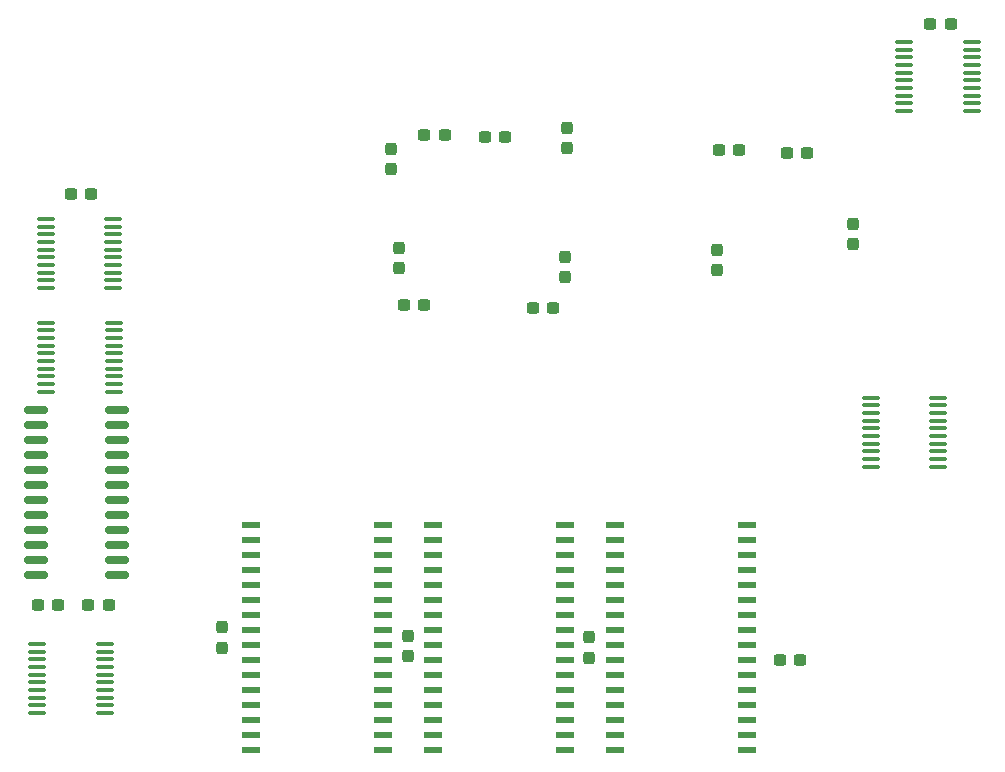
<source format=gbr>
%TF.GenerationSoftware,KiCad,Pcbnew,8.0.7-8.0.7-0~ubuntu22.04.1*%
%TF.CreationDate,2025-01-29T21:42:35+01:00*%
%TF.ProjectId,VideoBoard_v1,56696465-6f42-46f6-9172-645f76312e6b,rev?*%
%TF.SameCoordinates,Original*%
%TF.FileFunction,Paste,Bot*%
%TF.FilePolarity,Positive*%
%FSLAX46Y46*%
G04 Gerber Fmt 4.6, Leading zero omitted, Abs format (unit mm)*
G04 Created by KiCad (PCBNEW 8.0.7-8.0.7-0~ubuntu22.04.1) date 2025-01-29 21:42:35*
%MOMM*%
%LPD*%
G01*
G04 APERTURE LIST*
G04 Aperture macros list*
%AMRoundRect*
0 Rectangle with rounded corners*
0 $1 Rounding radius*
0 $2 $3 $4 $5 $6 $7 $8 $9 X,Y pos of 4 corners*
0 Add a 4 corners polygon primitive as box body*
4,1,4,$2,$3,$4,$5,$6,$7,$8,$9,$2,$3,0*
0 Add four circle primitives for the rounded corners*
1,1,$1+$1,$2,$3*
1,1,$1+$1,$4,$5*
1,1,$1+$1,$6,$7*
1,1,$1+$1,$8,$9*
0 Add four rect primitives between the rounded corners*
20,1,$1+$1,$2,$3,$4,$5,0*
20,1,$1+$1,$4,$5,$6,$7,0*
20,1,$1+$1,$6,$7,$8,$9,0*
20,1,$1+$1,$8,$9,$2,$3,0*%
G04 Aperture macros list end*
%ADD10R,1.600000X0.600000*%
%ADD11RoundRect,0.237500X0.300000X0.237500X-0.300000X0.237500X-0.300000X-0.237500X0.300000X-0.237500X0*%
%ADD12RoundRect,0.100000X0.637500X0.100000X-0.637500X0.100000X-0.637500X-0.100000X0.637500X-0.100000X0*%
%ADD13RoundRect,0.237500X-0.300000X-0.237500X0.300000X-0.237500X0.300000X0.237500X-0.300000X0.237500X0*%
%ADD14RoundRect,0.237500X0.237500X-0.300000X0.237500X0.300000X-0.237500X0.300000X-0.237500X-0.300000X0*%
%ADD15RoundRect,0.237500X-0.237500X0.300000X-0.237500X-0.300000X0.237500X-0.300000X0.237500X0.300000X0*%
%ADD16RoundRect,0.150000X-0.837500X-0.150000X0.837500X-0.150000X0.837500X0.150000X-0.837500X0.150000X0*%
G04 APERTURE END LIST*
D10*
%TO.C,U4*%
X94921248Y-125603000D03*
X94921248Y-124333000D03*
X94921248Y-123063000D03*
X94921248Y-121793000D03*
X94921248Y-120523000D03*
X94921248Y-119253000D03*
X94921248Y-117983000D03*
X94921248Y-116703000D03*
X94921248Y-115453000D03*
X94921248Y-114173000D03*
X94921248Y-112903000D03*
X94921248Y-111633000D03*
X94921248Y-110363000D03*
X94921248Y-109093000D03*
X94921248Y-107823000D03*
X94921248Y-106553000D03*
X106121248Y-106553000D03*
X106121248Y-107823000D03*
X106121248Y-109093000D03*
X106121248Y-110363000D03*
X106121248Y-111633000D03*
X106121248Y-112903000D03*
X106121248Y-114173000D03*
X106121248Y-115453000D03*
X106121248Y-116703000D03*
X106121248Y-117983000D03*
X106121248Y-119253000D03*
X106121248Y-120523000D03*
X106121248Y-121793000D03*
X106121248Y-123063000D03*
X106121248Y-124333000D03*
X106121248Y-125603000D03*
%TD*%
D11*
%TO.C,C14*%
X120877500Y-74803000D03*
X119152500Y-74803000D03*
%TD*%
D12*
%TO.C,U2*%
X137736500Y-95754000D03*
X137736500Y-96404000D03*
X137736500Y-97054000D03*
X137736500Y-97704000D03*
X137736500Y-98354000D03*
X137736500Y-99004000D03*
X137736500Y-99654000D03*
X137736500Y-100304000D03*
X137736500Y-100954000D03*
X137736500Y-101604000D03*
X132011500Y-101604000D03*
X132011500Y-100954000D03*
X132011500Y-100304000D03*
X132011500Y-99654000D03*
X132011500Y-99004000D03*
X132011500Y-98354000D03*
X132011500Y-97704000D03*
X132011500Y-97054000D03*
X132011500Y-96404000D03*
X132011500Y-95754000D03*
%TD*%
D13*
%TO.C,C1*%
X124894000Y-75057000D03*
X126619000Y-75057000D03*
%TD*%
D14*
%TO.C,C8*%
X130556000Y-82751000D03*
X130556000Y-81026000D03*
%TD*%
D12*
%TO.C,U9*%
X67953000Y-89404000D03*
X67953000Y-90054000D03*
X67953000Y-90704000D03*
X67953000Y-91354000D03*
X67953000Y-92004000D03*
X67953000Y-92654000D03*
X67953000Y-93304000D03*
X67953000Y-93954000D03*
X67953000Y-94604000D03*
X67953000Y-95254000D03*
X62228000Y-95254000D03*
X62228000Y-94604000D03*
X62228000Y-93954000D03*
X62228000Y-93304000D03*
X62228000Y-92654000D03*
X62228000Y-92004000D03*
X62228000Y-91354000D03*
X62228000Y-90704000D03*
X62228000Y-90054000D03*
X62228000Y-89404000D03*
%TD*%
D14*
%TO.C,C11*%
X77089000Y-116932500D03*
X77089000Y-115207500D03*
%TD*%
D13*
%TO.C,C5*%
X64288500Y-78486000D03*
X66013500Y-78486000D03*
%TD*%
D12*
%TO.C,U10*%
X67886500Y-80641000D03*
X67886500Y-81291000D03*
X67886500Y-81941000D03*
X67886500Y-82591000D03*
X67886500Y-83241000D03*
X67886500Y-83891000D03*
X67886500Y-84541000D03*
X67886500Y-85191000D03*
X67886500Y-85841000D03*
X67886500Y-86491000D03*
X62161500Y-86491000D03*
X62161500Y-85841000D03*
X62161500Y-85191000D03*
X62161500Y-84541000D03*
X62161500Y-83891000D03*
X62161500Y-83241000D03*
X62161500Y-82591000D03*
X62161500Y-81941000D03*
X62161500Y-81291000D03*
X62161500Y-80641000D03*
%TD*%
D14*
%TO.C,C17*%
X106172000Y-85545000D03*
X106172000Y-83820000D03*
%TD*%
%TO.C,C16*%
X106299000Y-74623000D03*
X106299000Y-72898000D03*
%TD*%
%TO.C,C9*%
X92821248Y-117672000D03*
X92821248Y-115947000D03*
%TD*%
%TO.C,C15*%
X118999000Y-84963000D03*
X118999000Y-83238000D03*
%TD*%
D11*
%TO.C,C20*%
X101092000Y-73660000D03*
X99367000Y-73660000D03*
%TD*%
D12*
%TO.C,U11*%
X140599000Y-65651000D03*
X140599000Y-66301000D03*
X140599000Y-66951000D03*
X140599000Y-67601000D03*
X140599000Y-68251000D03*
X140599000Y-68901000D03*
X140599000Y-69551000D03*
X140599000Y-70201000D03*
X140599000Y-70851000D03*
X140599000Y-71501000D03*
X134874000Y-71501000D03*
X134874000Y-70851000D03*
X134874000Y-70201000D03*
X134874000Y-69551000D03*
X134874000Y-68901000D03*
X134874000Y-68251000D03*
X134874000Y-67601000D03*
X134874000Y-66951000D03*
X134874000Y-66301000D03*
X134874000Y-65651000D03*
%TD*%
D10*
%TO.C,U3*%
X110325436Y-125603000D03*
X110325436Y-124333000D03*
X110325436Y-123063000D03*
X110325436Y-121793000D03*
X110325436Y-120523000D03*
X110325436Y-119253000D03*
X110325436Y-117983000D03*
X110325436Y-116703000D03*
X110325436Y-115453000D03*
X110325436Y-114173000D03*
X110325436Y-112903000D03*
X110325436Y-111633000D03*
X110325436Y-110363000D03*
X110325436Y-109093000D03*
X110325436Y-107823000D03*
X110325436Y-106553000D03*
X121525436Y-106553000D03*
X121525436Y-107823000D03*
X121525436Y-109093000D03*
X121525436Y-110363000D03*
X121525436Y-111633000D03*
X121525436Y-112903000D03*
X121525436Y-114173000D03*
X121525436Y-115453000D03*
X121525436Y-116703000D03*
X121525436Y-117983000D03*
X121525436Y-119253000D03*
X121525436Y-120523000D03*
X121525436Y-121793000D03*
X121525436Y-123063000D03*
X121525436Y-124333000D03*
X121525436Y-125603000D03*
%TD*%
D13*
%TO.C,C18*%
X94234000Y-73533000D03*
X95959000Y-73533000D03*
%TD*%
D15*
%TO.C,C21*%
X91440000Y-74676000D03*
X91440000Y-76401000D03*
%TD*%
D13*
%TO.C,C3*%
X92509000Y-87884000D03*
X94234000Y-87884000D03*
%TD*%
%TO.C,C6*%
X103431000Y-88138000D03*
X105156000Y-88138000D03*
%TD*%
%TO.C,C12*%
X124333000Y-117983000D03*
X126058000Y-117983000D03*
%TD*%
%TO.C,C2*%
X137059500Y-64135000D03*
X138784500Y-64135000D03*
%TD*%
D16*
%TO.C,U1*%
X61307500Y-110744000D03*
X61307500Y-109474000D03*
X61307500Y-108204000D03*
X61307500Y-106934000D03*
X61307500Y-105664000D03*
X61307500Y-104394000D03*
X61307500Y-103124000D03*
X61307500Y-101854000D03*
X61307500Y-100584000D03*
X61307500Y-99314000D03*
X61307500Y-98044000D03*
X61307500Y-96774000D03*
X68232500Y-96774000D03*
X68232500Y-98044000D03*
X68232500Y-99314000D03*
X68232500Y-100584000D03*
X68232500Y-101854000D03*
X68232500Y-103124000D03*
X68232500Y-104394000D03*
X68232500Y-105664000D03*
X68232500Y-106934000D03*
X68232500Y-108204000D03*
X68232500Y-109474000D03*
X68232500Y-110744000D03*
%TD*%
D11*
%TO.C,C19*%
X67511000Y-113284000D03*
X65786000Y-113284000D03*
%TD*%
D15*
%TO.C,C22*%
X92075000Y-83084500D03*
X92075000Y-84809500D03*
%TD*%
D13*
%TO.C,C4*%
X61494500Y-113284000D03*
X63219500Y-113284000D03*
%TD*%
D12*
%TO.C,U8*%
X67193000Y-116608000D03*
X67193000Y-117258000D03*
X67193000Y-117908000D03*
X67193000Y-118558000D03*
X67193000Y-119208000D03*
X67193000Y-119858000D03*
X67193000Y-120508000D03*
X67193000Y-121158000D03*
X67193000Y-121808000D03*
X67193000Y-122458000D03*
X61468000Y-122458000D03*
X61468000Y-121808000D03*
X61468000Y-121158000D03*
X61468000Y-120508000D03*
X61468000Y-119858000D03*
X61468000Y-119208000D03*
X61468000Y-118558000D03*
X61468000Y-117908000D03*
X61468000Y-117258000D03*
X61468000Y-116608000D03*
%TD*%
D14*
%TO.C,C7*%
X108188248Y-117772500D03*
X108188248Y-116047500D03*
%TD*%
D10*
%TO.C,U7*%
X79521248Y-125602681D03*
X79521248Y-124332681D03*
X79521248Y-123062681D03*
X79521248Y-121792681D03*
X79521248Y-120522681D03*
X79521248Y-119252681D03*
X79521248Y-117982681D03*
X79521248Y-116702681D03*
X79521248Y-115452681D03*
X79521248Y-114172681D03*
X79521248Y-112902681D03*
X79521248Y-111632681D03*
X79521248Y-110362681D03*
X79521248Y-109092681D03*
X79521248Y-107822681D03*
X79521248Y-106552681D03*
X90721248Y-106552681D03*
X90721248Y-107822681D03*
X90721248Y-109092681D03*
X90721248Y-110362681D03*
X90721248Y-111632681D03*
X90721248Y-112902681D03*
X90721248Y-114172681D03*
X90721248Y-115452681D03*
X90721248Y-116702681D03*
X90721248Y-117982681D03*
X90721248Y-119252681D03*
X90721248Y-120522681D03*
X90721248Y-121792681D03*
X90721248Y-123062681D03*
X90721248Y-124332681D03*
X90721248Y-125602681D03*
%TD*%
M02*

</source>
